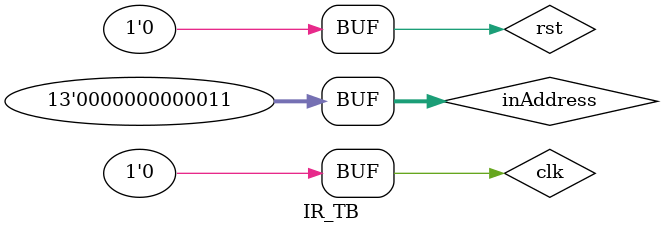
<source format=v>
module IR(
  input clk,
  input rst, ld,
  input [7:0]inAddress,
  output reg[7:0] outAddress
);
  always @(posedge clk, posedge rst)begin
    if (rst)
      outAddress <= 8'b0;
    else 
      if(ld)
        outAddress <= inAddress;
      else
        outAddress <= outAddress;
  end
endmodule

module IR_TB();
  reg clk, rst;
  reg [12:0]inAddress;
  wire [12:0]outAddress;
  
  IR ir(clk, rst, inAddress, outAddress);
  initial begin
	  clk=0;
    repeat (40)
    #200 clk=~clk;
	end
  
  initial begin
    rst = 1; 
    #400;
    rst = 0; 
    inAddress = 8'b0000111;
    #400;
    inAddress = 8'b0000011;
    #400;
  end
endmodule
</source>
